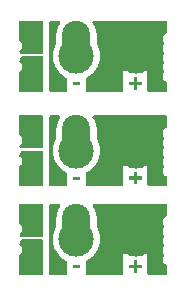
<source format=gbr>
%TF.GenerationSoftware,KiCad,Pcbnew,7.0.7*%
%TF.CreationDate,2024-01-09T18:40:06+08:00*%
%TF.ProjectId,XT302+2 PCB mod,58543330-322b-4322-9050-4342206d6f64,rev?*%
%TF.SameCoordinates,Original*%
%TF.FileFunction,Copper,L2,Bot*%
%TF.FilePolarity,Positive*%
%FSLAX46Y46*%
G04 Gerber Fmt 4.6, Leading zero omitted, Abs format (unit mm)*
G04 Created by KiCad (PCBNEW 7.0.7) date 2024-01-09 18:40:06*
%MOMM*%
%LPD*%
G01*
G04 APERTURE LIST*
%ADD10C,0.300000*%
%TA.AperFunction,NonConductor*%
%ADD11C,0.300000*%
%TD*%
%TA.AperFunction,ComponentPad*%
%ADD12O,1.350000X1.350000*%
%TD*%
%TA.AperFunction,ComponentPad*%
%ADD13R,1.350000X1.350000*%
%TD*%
%TA.AperFunction,ViaPad*%
%ADD14C,1.000000*%
%TD*%
%TA.AperFunction,ViaPad*%
%ADD15C,3.000000*%
%TD*%
%TA.AperFunction,ViaPad*%
%ADD16C,2.400000*%
%TD*%
%TA.AperFunction,Conductor*%
%ADD17C,0.500000*%
%TD*%
%TA.AperFunction,Conductor*%
%ADD18C,2.400000*%
%TD*%
G04 APERTURE END LIST*
D10*
D11*
G36*
X204916765Y-145333974D02*
G01*
X204916765Y-144935369D01*
X205312438Y-144935369D01*
X205312438Y-144677449D01*
X204916765Y-144677449D01*
X204916765Y-144278845D01*
X204652983Y-144278845D01*
X204652983Y-144677449D01*
X204256210Y-144677449D01*
X204256210Y-144935369D01*
X204652983Y-144935369D01*
X204652983Y-145333974D01*
X204916765Y-145333974D01*
G37*
D10*
D11*
G36*
X204916765Y-137333974D02*
G01*
X204916765Y-136935369D01*
X205312438Y-136935369D01*
X205312438Y-136677449D01*
X204916765Y-136677449D01*
X204916765Y-136278845D01*
X204652983Y-136278845D01*
X204652983Y-136677449D01*
X204256210Y-136677449D01*
X204256210Y-136935369D01*
X204652983Y-136935369D01*
X204652983Y-137333974D01*
X204916765Y-137333974D01*
G37*
D10*
D11*
G36*
X200081297Y-152446395D02*
G01*
X200081297Y-152188475D01*
X199512700Y-152188475D01*
X199512700Y-152446395D01*
X200081297Y-152446395D01*
G37*
D10*
D11*
G36*
X200081297Y-136946395D02*
G01*
X200081297Y-136688475D01*
X199512700Y-136688475D01*
X199512700Y-136946395D01*
X200081297Y-136946395D01*
G37*
D10*
D11*
G36*
X200081297Y-144946395D02*
G01*
X200081297Y-144688475D01*
X199512700Y-144688475D01*
X199512700Y-144946395D01*
X200081297Y-144946395D01*
G37*
D10*
D11*
G36*
X204916765Y-152833974D02*
G01*
X204916765Y-152435369D01*
X205312438Y-152435369D01*
X205312438Y-152177449D01*
X204916765Y-152177449D01*
X204916765Y-151778845D01*
X204652983Y-151778845D01*
X204652983Y-152177449D01*
X204256210Y-152177449D01*
X204256210Y-152435369D01*
X204652983Y-152435369D01*
X204652983Y-152833974D01*
X204916765Y-152833974D01*
G37*
D12*
%TO.P,REF\u002A\u002A,2*%
%TO.N,g*%
X195975000Y-151000000D03*
D13*
%TO.P,REF\u002A\u002A,1*%
%TO.N,T0*%
X195975000Y-149000000D03*
%TD*%
%TO.P,REF\u002A\u002A,1*%
%TO.N,T0*%
X195950000Y-141500000D03*
D12*
%TO.P,REF\u002A\u002A,2*%
%TO.N,g*%
X195950000Y-143500000D03*
%TD*%
D13*
%TO.P,REF\u002A\u002A,1*%
%TO.N,T0*%
X195950000Y-133500000D03*
D12*
%TO.P,REF\u002A\u002A,2*%
%TO.N,g*%
X195950000Y-135500000D03*
%TD*%
D14*
%TO.N,T0*%
X195800000Y-140200000D03*
X195800000Y-147650000D03*
X195800000Y-132200000D03*
%TO.N,g*%
X195800000Y-136900000D03*
X195800000Y-152400000D03*
X195800000Y-144900000D03*
D15*
%TO.N,HE-*%
X199800000Y-150000000D03*
X199800000Y-134500000D03*
D16*
X199800000Y-140700000D03*
X199800000Y-132700000D03*
X199800000Y-148200000D03*
D15*
X199800000Y-142500000D03*
D16*
%TO.N,VIN*%
X204800000Y-148200000D03*
D15*
X204800000Y-142500000D03*
D16*
X204800000Y-132700000D03*
D15*
X204800000Y-150000000D03*
D16*
X204800000Y-140700000D03*
D15*
X204800000Y-134500000D03*
%TD*%
D17*
%TO.N,T0*%
X195950000Y-140350000D02*
X195800000Y-140200000D01*
X195950000Y-132350000D02*
X195800000Y-132200000D01*
X195950000Y-147800000D02*
X195800000Y-147650000D01*
%TO.N,g*%
X195950000Y-136750000D02*
X195800000Y-136900000D01*
X195950000Y-152250000D02*
X195800000Y-152400000D01*
X195950000Y-144750000D02*
X195800000Y-144900000D01*
D18*
%TO.N,HE-*%
X199800000Y-148200000D02*
X199800000Y-150000000D01*
X199800000Y-140700000D02*
X199800000Y-142500000D01*
X199800000Y-132700000D02*
X199800000Y-134500000D01*
%TD*%
%TA.AperFunction,Conductor*%
%TO.N,T0*%
G36*
X196943039Y-139520185D02*
G01*
X196988794Y-139572989D01*
X197000000Y-139624500D01*
X197000000Y-142170500D01*
X196980315Y-142237539D01*
X196927511Y-142283294D01*
X196876000Y-142294500D01*
X195210787Y-142294500D01*
X195203455Y-142294762D01*
X195182147Y-142296285D01*
X195167304Y-142300073D01*
X195097479Y-142297576D01*
X195040089Y-142257725D01*
X195032328Y-142246962D01*
X195026272Y-142237539D01*
X194982143Y-142168872D01*
X194982142Y-142168871D01*
X194977862Y-142162211D01*
X194958178Y-142095172D01*
X194977863Y-142028132D01*
X195000976Y-142001459D01*
X195082143Y-141931128D01*
X195159953Y-141810053D01*
X195200500Y-141671961D01*
X195200500Y-141528039D01*
X195200500Y-141528037D01*
X195200499Y-141528036D01*
X195159954Y-141389949D01*
X195159953Y-141389947D01*
X195082143Y-141268872D01*
X194973373Y-141174623D01*
X194973368Y-141174620D01*
X194972976Y-141174441D01*
X194972650Y-141174158D01*
X194965913Y-141169829D01*
X194966536Y-141168859D01*
X194920177Y-141128680D01*
X194900500Y-141061652D01*
X194900500Y-139624500D01*
X194920185Y-139557461D01*
X194972989Y-139511706D01*
X195024500Y-139500500D01*
X196876000Y-139500500D01*
X196943039Y-139520185D01*
G37*
%TD.AperFunction*%
%TD*%
%TA.AperFunction,Conductor*%
%TO.N,g*%
G36*
X196943039Y-142519685D02*
G01*
X196988794Y-142572489D01*
X197000000Y-142624000D01*
X197000000Y-145376000D01*
X196980315Y-145443039D01*
X196927511Y-145488794D01*
X196876000Y-145500000D01*
X195024500Y-145500000D01*
X194957461Y-145480315D01*
X194911706Y-145427511D01*
X194900500Y-145376000D01*
X194900500Y-143938346D01*
X194920185Y-143871307D01*
X194966537Y-143831142D01*
X194965913Y-143830171D01*
X194972669Y-143825829D01*
X194972988Y-143825552D01*
X194973373Y-143825377D01*
X195082143Y-143731128D01*
X195159953Y-143610053D01*
X195200500Y-143471961D01*
X195200500Y-143328039D01*
X195200500Y-143328038D01*
X195200500Y-143328037D01*
X195200499Y-143328036D01*
X195159954Y-143189949D01*
X195159953Y-143189947D01*
X195082143Y-143068872D01*
X195000975Y-142998540D01*
X194963201Y-142939762D01*
X194963201Y-142869892D01*
X194977863Y-142837787D01*
X194982141Y-142831129D01*
X194982143Y-142831128D01*
X195059953Y-142710053D01*
X195095478Y-142589066D01*
X195133252Y-142530287D01*
X195196807Y-142501262D01*
X195214455Y-142500000D01*
X196876000Y-142500000D01*
X196943039Y-142519685D01*
G37*
%TD.AperFunction*%
%TD*%
%TA.AperFunction,Conductor*%
%TO.N,T0*%
G36*
X196943039Y-131520185D02*
G01*
X196988794Y-131572989D01*
X197000000Y-131624500D01*
X197000000Y-134170500D01*
X196980315Y-134237539D01*
X196927511Y-134283294D01*
X196876000Y-134294500D01*
X195210787Y-134294500D01*
X195203455Y-134294762D01*
X195182147Y-134296285D01*
X195167304Y-134300073D01*
X195097479Y-134297576D01*
X195040089Y-134257725D01*
X195032328Y-134246962D01*
X195026272Y-134237539D01*
X194982143Y-134168872D01*
X194982142Y-134168871D01*
X194977862Y-134162211D01*
X194958178Y-134095172D01*
X194977863Y-134028132D01*
X195000976Y-134001459D01*
X195082143Y-133931128D01*
X195159953Y-133810053D01*
X195200500Y-133671961D01*
X195200500Y-133528039D01*
X195200500Y-133528037D01*
X195200499Y-133528036D01*
X195159954Y-133389949D01*
X195159953Y-133389947D01*
X195082143Y-133268872D01*
X194973373Y-133174623D01*
X194973368Y-133174620D01*
X194972976Y-133174441D01*
X194972650Y-133174158D01*
X194965913Y-133169829D01*
X194966536Y-133168859D01*
X194920177Y-133128680D01*
X194900500Y-133061652D01*
X194900500Y-131624500D01*
X194920185Y-131557461D01*
X194972989Y-131511706D01*
X195024500Y-131500500D01*
X196876000Y-131500500D01*
X196943039Y-131520185D01*
G37*
%TD.AperFunction*%
%TD*%
%TA.AperFunction,Conductor*%
%TO.N,T0*%
G36*
X196943039Y-147020185D02*
G01*
X196988794Y-147072989D01*
X197000000Y-147124500D01*
X197000000Y-149670500D01*
X196980315Y-149737539D01*
X196927511Y-149783294D01*
X196876000Y-149794500D01*
X195210787Y-149794500D01*
X195203455Y-149794762D01*
X195182147Y-149796285D01*
X195167304Y-149800073D01*
X195097479Y-149797576D01*
X195040089Y-149757725D01*
X195032328Y-149746962D01*
X195026272Y-149737539D01*
X194982143Y-149668872D01*
X194982142Y-149668871D01*
X194977862Y-149662211D01*
X194958178Y-149595172D01*
X194977863Y-149528132D01*
X195000976Y-149501459D01*
X195082143Y-149431128D01*
X195159953Y-149310053D01*
X195200500Y-149171961D01*
X195200500Y-149028039D01*
X195200500Y-149028037D01*
X195200499Y-149028036D01*
X195159954Y-148889949D01*
X195159953Y-148889947D01*
X195082143Y-148768872D01*
X194973373Y-148674623D01*
X194973368Y-148674620D01*
X194972976Y-148674441D01*
X194972650Y-148674158D01*
X194965913Y-148669829D01*
X194966536Y-148668859D01*
X194920177Y-148628680D01*
X194900500Y-148561652D01*
X194900500Y-147124500D01*
X194920185Y-147057461D01*
X194972989Y-147011706D01*
X195024500Y-147000500D01*
X196876000Y-147000500D01*
X196943039Y-147020185D01*
G37*
%TD.AperFunction*%
%TD*%
%TA.AperFunction,Conductor*%
%TO.N,g*%
G36*
X196943039Y-134519685D02*
G01*
X196988794Y-134572489D01*
X197000000Y-134624000D01*
X197000000Y-137376000D01*
X196980315Y-137443039D01*
X196927511Y-137488794D01*
X196876000Y-137500000D01*
X195024500Y-137500000D01*
X194957461Y-137480315D01*
X194911706Y-137427511D01*
X194900500Y-137376000D01*
X194900500Y-135938346D01*
X194920185Y-135871307D01*
X194966537Y-135831142D01*
X194965913Y-135830171D01*
X194972669Y-135825829D01*
X194972988Y-135825552D01*
X194973373Y-135825377D01*
X195082143Y-135731128D01*
X195159953Y-135610053D01*
X195200500Y-135471961D01*
X195200500Y-135328039D01*
X195200500Y-135328038D01*
X195200500Y-135328037D01*
X195200499Y-135328036D01*
X195159954Y-135189949D01*
X195159953Y-135189947D01*
X195082143Y-135068872D01*
X195000975Y-134998540D01*
X194963201Y-134939762D01*
X194963201Y-134869892D01*
X194977863Y-134837787D01*
X194982141Y-134831129D01*
X194982143Y-134831128D01*
X195059953Y-134710053D01*
X195095478Y-134589066D01*
X195133252Y-134530287D01*
X195196807Y-134501262D01*
X195214455Y-134500000D01*
X196876000Y-134500000D01*
X196943039Y-134519685D01*
G37*
%TD.AperFunction*%
%TD*%
%TA.AperFunction,Conductor*%
%TO.N,g*%
G36*
X196943039Y-150019685D02*
G01*
X196988794Y-150072489D01*
X197000000Y-150124000D01*
X197000000Y-152876000D01*
X196980315Y-152943039D01*
X196927511Y-152988794D01*
X196876000Y-153000000D01*
X195024500Y-153000000D01*
X194957461Y-152980315D01*
X194911706Y-152927511D01*
X194900500Y-152876000D01*
X194900500Y-151438346D01*
X194920185Y-151371307D01*
X194966537Y-151331142D01*
X194965913Y-151330171D01*
X194972669Y-151325829D01*
X194972988Y-151325552D01*
X194973373Y-151325377D01*
X195082143Y-151231128D01*
X195159953Y-151110053D01*
X195200500Y-150971961D01*
X195200500Y-150828039D01*
X195200500Y-150828037D01*
X195200499Y-150828036D01*
X195159954Y-150689949D01*
X195159953Y-150689947D01*
X195082143Y-150568872D01*
X195000975Y-150498540D01*
X194963201Y-150439762D01*
X194963201Y-150369892D01*
X194977863Y-150337787D01*
X194982141Y-150331129D01*
X194982143Y-150331128D01*
X195059953Y-150210053D01*
X195095478Y-150089066D01*
X195133252Y-150030287D01*
X195196807Y-150001262D01*
X195214455Y-150000000D01*
X196876000Y-150000000D01*
X196943039Y-150019685D01*
G37*
%TD.AperFunction*%
%TD*%
%TA.AperFunction,Conductor*%
%TO.N,VIN*%
G36*
X198391097Y-131520185D02*
G01*
X198436852Y-131572989D01*
X198446796Y-131642147D01*
X198421007Y-131701811D01*
X198391038Y-131739391D01*
X198366730Y-131781493D01*
X198363748Y-131786163D01*
X198334002Y-131828454D01*
X198301052Y-131895000D01*
X198299184Y-131898488D01*
X198263606Y-131960113D01*
X198244675Y-132008348D01*
X198242523Y-132013207D01*
X198218143Y-132062447D01*
X198218135Y-132062468D01*
X198196703Y-132130186D01*
X198195307Y-132134129D01*
X198170494Y-132197355D01*
X198170493Y-132197358D01*
X198158240Y-132251036D01*
X198156906Y-132255945D01*
X198139360Y-132311388D01*
X198139357Y-132311402D01*
X198129003Y-132378429D01*
X198128175Y-132382760D01*
X198113780Y-132445829D01*
X198113778Y-132445840D01*
X198109422Y-132503948D01*
X198108869Y-132508777D01*
X198099500Y-132569440D01*
X198099499Y-132569451D01*
X198099499Y-132634058D01*
X198099326Y-132638691D01*
X198095504Y-132689701D01*
X198094732Y-132700000D01*
X198099327Y-132761326D01*
X198099500Y-132765941D01*
X198099500Y-133408344D01*
X198084332Y-133467771D01*
X197975635Y-133666833D01*
X197875628Y-133934962D01*
X197814804Y-134214566D01*
X197794390Y-134499998D01*
X197794390Y-134500001D01*
X197814804Y-134785433D01*
X197875628Y-135065037D01*
X197875630Y-135065043D01*
X197875631Y-135065046D01*
X197952760Y-135271835D01*
X197975635Y-135333166D01*
X198112770Y-135584309D01*
X198112775Y-135584317D01*
X198284254Y-135813387D01*
X198284270Y-135813405D01*
X198486594Y-136015729D01*
X198486612Y-136015745D01*
X198636616Y-136128036D01*
X198715685Y-136187226D01*
X198947627Y-136313876D01*
X198997032Y-136363281D01*
X199012200Y-136422708D01*
X199012200Y-137376000D01*
X198992515Y-137443039D01*
X198939711Y-137488794D01*
X198888200Y-137500000D01*
X197629500Y-137500000D01*
X197562461Y-137480315D01*
X197516706Y-137427511D01*
X197505500Y-137376000D01*
X197505500Y-134624009D01*
X197505500Y-134624000D01*
X197500355Y-134576145D01*
X197500000Y-134569513D01*
X197500000Y-131624500D01*
X197519685Y-131557461D01*
X197572489Y-131511706D01*
X197624000Y-131500500D01*
X198324058Y-131500500D01*
X198391097Y-131520185D01*
G37*
%TD.AperFunction*%
%TA.AperFunction,Conductor*%
G36*
X207442539Y-131520185D02*
G01*
X207488294Y-131572989D01*
X207499500Y-131624500D01*
X207499500Y-132436610D01*
X207479815Y-132503649D01*
X207427012Y-132549404D01*
X207326186Y-132595450D01*
X207326184Y-132595451D01*
X207217414Y-132689701D01*
X207139603Y-132810777D01*
X207099058Y-132948864D01*
X207099058Y-133092791D01*
X207139603Y-133230878D01*
X207216919Y-133351185D01*
X207236603Y-133418225D01*
X207216919Y-133485263D01*
X207139603Y-133605570D01*
X207099058Y-133743657D01*
X207099058Y-133887584D01*
X207139603Y-134025671D01*
X207216919Y-134145978D01*
X207236603Y-134213018D01*
X207216919Y-134280056D01*
X207139603Y-134400363D01*
X207099058Y-134538450D01*
X207099058Y-134682377D01*
X207139603Y-134820464D01*
X207216919Y-134940771D01*
X207236603Y-135007811D01*
X207216919Y-135074849D01*
X207139603Y-135195156D01*
X207099058Y-135333243D01*
X207099058Y-135477170D01*
X207139603Y-135615257D01*
X207216919Y-135735564D01*
X207236603Y-135802604D01*
X207216919Y-135869642D01*
X207139603Y-135989949D01*
X207099058Y-136128036D01*
X207099058Y-136271963D01*
X207139603Y-136410050D01*
X207139605Y-136410053D01*
X207217415Y-136531128D01*
X207326184Y-136625376D01*
X207326188Y-136625379D01*
X207427011Y-136671423D01*
X207479815Y-136717177D01*
X207499500Y-136784217D01*
X207499500Y-137376000D01*
X207479815Y-137443039D01*
X207427011Y-137488794D01*
X207375500Y-137500000D01*
X205936938Y-137500000D01*
X205869899Y-137480315D01*
X205824144Y-137427511D01*
X205812938Y-137376000D01*
X205812938Y-135778345D01*
X203755710Y-135778345D01*
X203755710Y-137376000D01*
X203736025Y-137443039D01*
X203683221Y-137488794D01*
X203631710Y-137500000D01*
X200705797Y-137500000D01*
X200638758Y-137480315D01*
X200593003Y-137427511D01*
X200581797Y-137376000D01*
X200581797Y-136425986D01*
X200601482Y-136358947D01*
X200646369Y-136317154D01*
X200884315Y-136187226D01*
X201113395Y-136015739D01*
X201315739Y-135813395D01*
X201487226Y-135584315D01*
X201624367Y-135333161D01*
X201724369Y-135065046D01*
X201785196Y-134785428D01*
X201805610Y-134500000D01*
X201785196Y-134214572D01*
X201770274Y-134145978D01*
X201724371Y-133934962D01*
X201724370Y-133934960D01*
X201724369Y-133934954D01*
X201624367Y-133666839D01*
X201590912Y-133605570D01*
X201515668Y-133467771D01*
X201500500Y-133408344D01*
X201500500Y-133092789D01*
X201500500Y-132765913D01*
X201500672Y-132761328D01*
X201505268Y-132700000D01*
X201500620Y-132637976D01*
X201500500Y-132634841D01*
X201500500Y-132634823D01*
X201495643Y-132571563D01*
X201486222Y-132445843D01*
X201486218Y-132445828D01*
X201486092Y-132444985D01*
X201485577Y-132440459D01*
X201485516Y-132439656D01*
X201456855Y-132317180D01*
X201429508Y-132197363D01*
X201429505Y-132197355D01*
X201428140Y-132192927D01*
X201428424Y-132192839D01*
X201427515Y-132189922D01*
X201427454Y-132189942D01*
X201426020Y-132185410D01*
X201380120Y-132071527D01*
X201336392Y-131960110D01*
X201334681Y-131957147D01*
X201330859Y-131949301D01*
X201328413Y-131943232D01*
X201267250Y-131840353D01*
X201233268Y-131781493D01*
X201208959Y-131739388D01*
X201204795Y-131734166D01*
X201199984Y-131727206D01*
X201194982Y-131718792D01*
X201182283Y-131703394D01*
X201154817Y-131639150D01*
X201166443Y-131570255D01*
X201213471Y-131518582D01*
X201277948Y-131500500D01*
X207375500Y-131500500D01*
X207442539Y-131520185D01*
G37*
%TD.AperFunction*%
%TD*%
%TA.AperFunction,Conductor*%
%TO.N,VIN*%
G36*
X198391097Y-147020185D02*
G01*
X198436852Y-147072989D01*
X198446796Y-147142147D01*
X198421007Y-147201811D01*
X198391038Y-147239391D01*
X198366730Y-147281493D01*
X198363748Y-147286163D01*
X198334002Y-147328454D01*
X198301052Y-147395000D01*
X198299184Y-147398488D01*
X198263606Y-147460113D01*
X198244675Y-147508348D01*
X198242523Y-147513207D01*
X198218143Y-147562447D01*
X198218135Y-147562468D01*
X198196703Y-147630186D01*
X198195307Y-147634129D01*
X198170494Y-147697355D01*
X198170493Y-147697358D01*
X198158240Y-147751036D01*
X198156906Y-147755945D01*
X198139360Y-147811388D01*
X198139357Y-147811402D01*
X198129003Y-147878429D01*
X198128175Y-147882760D01*
X198113780Y-147945829D01*
X198113778Y-147945840D01*
X198109422Y-148003948D01*
X198108869Y-148008777D01*
X198099500Y-148069440D01*
X198099499Y-148069451D01*
X198099499Y-148134058D01*
X198099326Y-148138691D01*
X198095504Y-148189701D01*
X198094732Y-148200000D01*
X198099327Y-148261326D01*
X198099500Y-148265941D01*
X198099500Y-148908344D01*
X198084332Y-148967771D01*
X197975635Y-149166833D01*
X197875628Y-149434962D01*
X197814804Y-149714566D01*
X197794390Y-149999998D01*
X197794390Y-150000001D01*
X197814804Y-150285433D01*
X197875628Y-150565037D01*
X197875630Y-150565043D01*
X197875631Y-150565046D01*
X197924159Y-150695154D01*
X197975635Y-150833166D01*
X198112770Y-151084309D01*
X198112775Y-151084317D01*
X198284254Y-151313387D01*
X198284270Y-151313405D01*
X198486594Y-151515729D01*
X198486612Y-151515745D01*
X198636616Y-151628036D01*
X198715685Y-151687226D01*
X198947627Y-151813876D01*
X198997032Y-151863281D01*
X199012200Y-151922708D01*
X199012200Y-152876000D01*
X198992515Y-152943039D01*
X198939711Y-152988794D01*
X198888200Y-153000000D01*
X197624000Y-153000000D01*
X197556961Y-152980315D01*
X197511206Y-152927511D01*
X197500000Y-152876000D01*
X197500000Y-147124500D01*
X197519685Y-147057461D01*
X197572489Y-147011706D01*
X197624000Y-147000500D01*
X198324058Y-147000500D01*
X198391097Y-147020185D01*
G37*
%TD.AperFunction*%
%TA.AperFunction,Conductor*%
G36*
X207442539Y-147020185D02*
G01*
X207488294Y-147072989D01*
X207499500Y-147124500D01*
X207499500Y-147936610D01*
X207479815Y-148003649D01*
X207427012Y-148049404D01*
X207326186Y-148095450D01*
X207326184Y-148095451D01*
X207217414Y-148189701D01*
X207139603Y-148310777D01*
X207099058Y-148448864D01*
X207099058Y-148592791D01*
X207139603Y-148730878D01*
X207216919Y-148851185D01*
X207236603Y-148918225D01*
X207216919Y-148985263D01*
X207139603Y-149105570D01*
X207099058Y-149243657D01*
X207099058Y-149387584D01*
X207139603Y-149525671D01*
X207216919Y-149645978D01*
X207236603Y-149713018D01*
X207216919Y-149780056D01*
X207139603Y-149900363D01*
X207099058Y-150038450D01*
X207099058Y-150182377D01*
X207139603Y-150320464D01*
X207216919Y-150440771D01*
X207236603Y-150507811D01*
X207216919Y-150574849D01*
X207139603Y-150695156D01*
X207099058Y-150833243D01*
X207099058Y-150977170D01*
X207139603Y-151115257D01*
X207216919Y-151235564D01*
X207236603Y-151302604D01*
X207216919Y-151369642D01*
X207139603Y-151489949D01*
X207099058Y-151628036D01*
X207099058Y-151771963D01*
X207139603Y-151910050D01*
X207139605Y-151910053D01*
X207217415Y-152031128D01*
X207326184Y-152125376D01*
X207326188Y-152125379D01*
X207427011Y-152171423D01*
X207479815Y-152217177D01*
X207499500Y-152284217D01*
X207499500Y-152876000D01*
X207479815Y-152943039D01*
X207427011Y-152988794D01*
X207375500Y-153000000D01*
X205936938Y-153000000D01*
X205869899Y-152980315D01*
X205824144Y-152927511D01*
X205812938Y-152876000D01*
X205812938Y-151278345D01*
X203755710Y-151278345D01*
X203755710Y-152876000D01*
X203736025Y-152943039D01*
X203683221Y-152988794D01*
X203631710Y-153000000D01*
X200705797Y-153000000D01*
X200638758Y-152980315D01*
X200593003Y-152927511D01*
X200581797Y-152876000D01*
X200581797Y-151925986D01*
X200601482Y-151858947D01*
X200646369Y-151817154D01*
X200884315Y-151687226D01*
X201113395Y-151515739D01*
X201315739Y-151313395D01*
X201487226Y-151084315D01*
X201624367Y-150833161D01*
X201724369Y-150565046D01*
X201785196Y-150285428D01*
X201805610Y-150000000D01*
X201785196Y-149714572D01*
X201770274Y-149645978D01*
X201724371Y-149434962D01*
X201724370Y-149434960D01*
X201724369Y-149434954D01*
X201624367Y-149166839D01*
X201590912Y-149105570D01*
X201515668Y-148967771D01*
X201500500Y-148908344D01*
X201500500Y-148592789D01*
X201500500Y-148265913D01*
X201500672Y-148261328D01*
X201505268Y-148200000D01*
X201500620Y-148137976D01*
X201500500Y-148134841D01*
X201500500Y-148134823D01*
X201495643Y-148071563D01*
X201486222Y-147945843D01*
X201486218Y-147945828D01*
X201486092Y-147944985D01*
X201485577Y-147940459D01*
X201485516Y-147939656D01*
X201456855Y-147817180D01*
X201429508Y-147697363D01*
X201429505Y-147697355D01*
X201428140Y-147692927D01*
X201428424Y-147692839D01*
X201427515Y-147689922D01*
X201427454Y-147689942D01*
X201426020Y-147685410D01*
X201380120Y-147571527D01*
X201336392Y-147460110D01*
X201334681Y-147457147D01*
X201330859Y-147449301D01*
X201328413Y-147443232D01*
X201267250Y-147340353D01*
X201233268Y-147281493D01*
X201208959Y-147239388D01*
X201204795Y-147234166D01*
X201199984Y-147227206D01*
X201194982Y-147218792D01*
X201182283Y-147203394D01*
X201154817Y-147139150D01*
X201166443Y-147070255D01*
X201213471Y-147018582D01*
X201277948Y-147000500D01*
X207375500Y-147000500D01*
X207442539Y-147020185D01*
G37*
%TD.AperFunction*%
%TD*%
%TA.AperFunction,Conductor*%
%TO.N,VIN*%
G36*
X198391097Y-139520185D02*
G01*
X198436852Y-139572989D01*
X198446796Y-139642147D01*
X198421007Y-139701811D01*
X198391038Y-139739391D01*
X198366730Y-139781493D01*
X198363748Y-139786163D01*
X198334002Y-139828454D01*
X198301052Y-139895000D01*
X198299184Y-139898488D01*
X198263606Y-139960113D01*
X198244675Y-140008348D01*
X198242523Y-140013207D01*
X198218143Y-140062447D01*
X198218135Y-140062468D01*
X198196703Y-140130186D01*
X198195307Y-140134129D01*
X198170494Y-140197355D01*
X198170493Y-140197358D01*
X198158240Y-140251036D01*
X198156906Y-140255945D01*
X198139360Y-140311388D01*
X198139357Y-140311402D01*
X198129003Y-140378429D01*
X198128175Y-140382760D01*
X198113780Y-140445829D01*
X198113778Y-140445840D01*
X198109422Y-140503948D01*
X198108869Y-140508777D01*
X198099500Y-140569440D01*
X198099499Y-140569451D01*
X198099499Y-140634058D01*
X198099326Y-140638691D01*
X198095504Y-140689701D01*
X198094732Y-140700000D01*
X198099327Y-140761326D01*
X198099500Y-140765941D01*
X198099500Y-141408344D01*
X198084332Y-141467771D01*
X197975635Y-141666833D01*
X197875628Y-141934962D01*
X197814804Y-142214566D01*
X197794390Y-142499998D01*
X197794390Y-142500001D01*
X197814804Y-142785433D01*
X197875628Y-143065037D01*
X197875630Y-143065043D01*
X197875631Y-143065046D01*
X197924159Y-143195154D01*
X197975635Y-143333166D01*
X198112770Y-143584309D01*
X198112775Y-143584317D01*
X198284254Y-143813387D01*
X198284270Y-143813405D01*
X198486594Y-144015729D01*
X198486612Y-144015745D01*
X198636616Y-144128036D01*
X198715685Y-144187226D01*
X198947627Y-144313876D01*
X198997032Y-144363281D01*
X199012200Y-144422708D01*
X199012200Y-145376000D01*
X198992515Y-145443039D01*
X198939711Y-145488794D01*
X198888200Y-145500000D01*
X197624000Y-145500000D01*
X197556961Y-145480315D01*
X197511206Y-145427511D01*
X197500000Y-145376000D01*
X197500000Y-139624500D01*
X197519685Y-139557461D01*
X197572489Y-139511706D01*
X197624000Y-139500500D01*
X198324058Y-139500500D01*
X198391097Y-139520185D01*
G37*
%TD.AperFunction*%
%TA.AperFunction,Conductor*%
G36*
X207442539Y-139520185D02*
G01*
X207488294Y-139572989D01*
X207499500Y-139624500D01*
X207499500Y-140436610D01*
X207479815Y-140503649D01*
X207427012Y-140549404D01*
X207326186Y-140595450D01*
X207326184Y-140595451D01*
X207217414Y-140689701D01*
X207139603Y-140810777D01*
X207099058Y-140948864D01*
X207099058Y-141092791D01*
X207139603Y-141230878D01*
X207216919Y-141351185D01*
X207236603Y-141418225D01*
X207216919Y-141485263D01*
X207139603Y-141605570D01*
X207099058Y-141743657D01*
X207099058Y-141887584D01*
X207139603Y-142025671D01*
X207216919Y-142145978D01*
X207236603Y-142213018D01*
X207216919Y-142280056D01*
X207139603Y-142400363D01*
X207099058Y-142538450D01*
X207099058Y-142682377D01*
X207139603Y-142820464D01*
X207216919Y-142940771D01*
X207236603Y-143007811D01*
X207216919Y-143074849D01*
X207139603Y-143195156D01*
X207099058Y-143333243D01*
X207099058Y-143477170D01*
X207139603Y-143615257D01*
X207216919Y-143735564D01*
X207236603Y-143802604D01*
X207216919Y-143869642D01*
X207139603Y-143989949D01*
X207099058Y-144128036D01*
X207099058Y-144271963D01*
X207139603Y-144410050D01*
X207139605Y-144410053D01*
X207217415Y-144531128D01*
X207326184Y-144625376D01*
X207326188Y-144625379D01*
X207427011Y-144671423D01*
X207479815Y-144717177D01*
X207499500Y-144784217D01*
X207499500Y-145376000D01*
X207479815Y-145443039D01*
X207427011Y-145488794D01*
X207375500Y-145500000D01*
X205936938Y-145500000D01*
X205869899Y-145480315D01*
X205824144Y-145427511D01*
X205812938Y-145376000D01*
X205812938Y-143778345D01*
X203755710Y-143778345D01*
X203755710Y-145376000D01*
X203736025Y-145443039D01*
X203683221Y-145488794D01*
X203631710Y-145500000D01*
X200705797Y-145500000D01*
X200638758Y-145480315D01*
X200593003Y-145427511D01*
X200581797Y-145376000D01*
X200581797Y-144425986D01*
X200601482Y-144358947D01*
X200646369Y-144317154D01*
X200884315Y-144187226D01*
X201113395Y-144015739D01*
X201315739Y-143813395D01*
X201487226Y-143584315D01*
X201624367Y-143333161D01*
X201724369Y-143065046D01*
X201785196Y-142785428D01*
X201805610Y-142500000D01*
X201785196Y-142214572D01*
X201770274Y-142145978D01*
X201724371Y-141934962D01*
X201724370Y-141934960D01*
X201724369Y-141934954D01*
X201624367Y-141666839D01*
X201590912Y-141605570D01*
X201515668Y-141467771D01*
X201500500Y-141408344D01*
X201500500Y-141092789D01*
X201500500Y-140765913D01*
X201500672Y-140761328D01*
X201505268Y-140700000D01*
X201500620Y-140637976D01*
X201500500Y-140634841D01*
X201500500Y-140634823D01*
X201495643Y-140571563D01*
X201486222Y-140445843D01*
X201486218Y-140445828D01*
X201486092Y-140444985D01*
X201485577Y-140440459D01*
X201485516Y-140439656D01*
X201456855Y-140317180D01*
X201429508Y-140197363D01*
X201429505Y-140197355D01*
X201428140Y-140192927D01*
X201428424Y-140192839D01*
X201427515Y-140189922D01*
X201427454Y-140189942D01*
X201426020Y-140185410D01*
X201380120Y-140071527D01*
X201336392Y-139960110D01*
X201334681Y-139957147D01*
X201330859Y-139949301D01*
X201328413Y-139943232D01*
X201267250Y-139840353D01*
X201233268Y-139781493D01*
X201208959Y-139739388D01*
X201204795Y-139734166D01*
X201199984Y-139727206D01*
X201194982Y-139718792D01*
X201182283Y-139703394D01*
X201154817Y-139639150D01*
X201166443Y-139570255D01*
X201213471Y-139518582D01*
X201277948Y-139500500D01*
X207375500Y-139500500D01*
X207442539Y-139520185D01*
G37*
%TD.AperFunction*%
%TD*%
M02*

</source>
